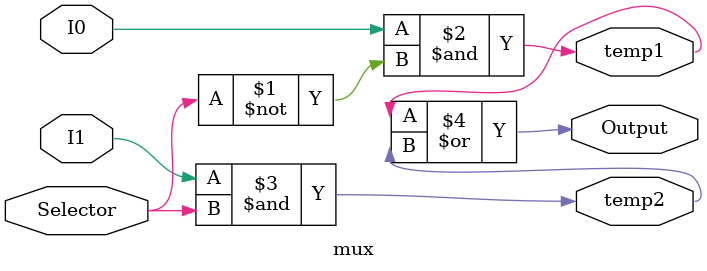
<source format=v>
module mux(
    input I0,
    input I1,
    input Selector,
    output Output,
    output temp1,
    output temp2
);

    assign temp1 = I0 & ~Selector;
    assign temp2 = I1 & Selector;
    assign Output = temp1 | temp2;

endmodule

</source>
